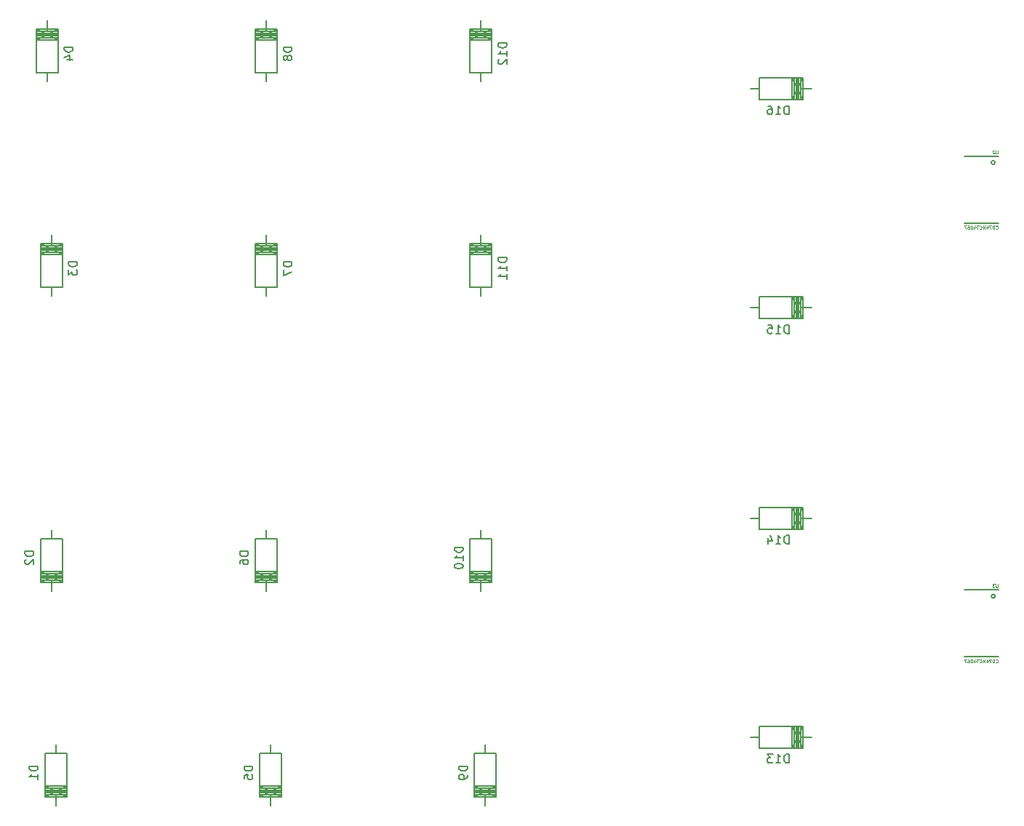
<source format=gbr>
G04 #@! TF.FileFunction,Legend,Bot*
%FSLAX46Y46*%
G04 Gerber Fmt 4.6, Leading zero omitted, Abs format (unit mm)*
G04 Created by KiCad (PCBNEW 4.0.4-stable) date 11/18/16 13:20:27*
%MOMM*%
%LPD*%
G01*
G04 APERTURE LIST*
%ADD10C,0.100000*%
%ADD11C,0.150000*%
%ADD12C,0.203200*%
%ADD13C,0.032512*%
G04 APERTURE END LIST*
D10*
D11*
X70502540Y-141380000D02*
X70502540Y-140364000D01*
X70502540Y-146206000D02*
X70502540Y-147476000D01*
X71772540Y-145952000D02*
X69232540Y-145952000D01*
X71772540Y-145698000D02*
X69232540Y-145698000D01*
X71772540Y-145444000D02*
X69232540Y-145444000D01*
X71772540Y-146206000D02*
X69232540Y-146206000D01*
X71772540Y-145190000D02*
X69232540Y-146460000D01*
X71772540Y-146460000D02*
X69232540Y-145190000D01*
X71772540Y-145190000D02*
X69232540Y-145190000D01*
X71772540Y-145825000D02*
X69232540Y-145825000D01*
X69232540Y-146460000D02*
X71772540Y-146460000D01*
X71772540Y-146460000D02*
X71772540Y-141380000D01*
X71772540Y-141380000D02*
X69232540Y-141380000D01*
X69232540Y-141380000D02*
X69232540Y-146460000D01*
X70005040Y-116380000D02*
X70005040Y-115364000D01*
X70005040Y-121206000D02*
X70005040Y-122476000D01*
X71275040Y-120952000D02*
X68735040Y-120952000D01*
X71275040Y-120698000D02*
X68735040Y-120698000D01*
X71275040Y-120444000D02*
X68735040Y-120444000D01*
X71275040Y-121206000D02*
X68735040Y-121206000D01*
X71275040Y-120190000D02*
X68735040Y-121460000D01*
X71275040Y-121460000D02*
X68735040Y-120190000D01*
X71275040Y-120190000D02*
X68735040Y-120190000D01*
X71275040Y-120825000D02*
X68735040Y-120825000D01*
X68735040Y-121460000D02*
X71275040Y-121460000D01*
X71275040Y-121460000D02*
X71275040Y-116380000D01*
X71275040Y-116380000D02*
X68735040Y-116380000D01*
X68735040Y-116380000D02*
X68735040Y-121460000D01*
X69999960Y-87120000D02*
X69999960Y-88136000D01*
X69999960Y-82294000D02*
X69999960Y-81024000D01*
X68729960Y-82548000D02*
X71269960Y-82548000D01*
X68729960Y-82802000D02*
X71269960Y-82802000D01*
X68729960Y-83056000D02*
X71269960Y-83056000D01*
X68729960Y-82294000D02*
X71269960Y-82294000D01*
X68729960Y-83310000D02*
X71269960Y-82040000D01*
X68729960Y-82040000D02*
X71269960Y-83310000D01*
X68729960Y-83310000D02*
X71269960Y-83310000D01*
X68729960Y-82675000D02*
X71269960Y-82675000D01*
X71269960Y-82040000D02*
X68729960Y-82040000D01*
X68729960Y-82040000D02*
X68729960Y-87120000D01*
X68729960Y-87120000D02*
X71269960Y-87120000D01*
X71269960Y-87120000D02*
X71269960Y-82040000D01*
X69499960Y-62120000D02*
X69499960Y-63136000D01*
X69499960Y-57294000D02*
X69499960Y-56024000D01*
X68229960Y-57548000D02*
X70769960Y-57548000D01*
X68229960Y-57802000D02*
X70769960Y-57802000D01*
X68229960Y-58056000D02*
X70769960Y-58056000D01*
X68229960Y-57294000D02*
X70769960Y-57294000D01*
X68229960Y-58310000D02*
X70769960Y-57040000D01*
X68229960Y-57040000D02*
X70769960Y-58310000D01*
X68229960Y-58310000D02*
X70769960Y-58310000D01*
X68229960Y-57675000D02*
X70769960Y-57675000D01*
X70769960Y-57040000D02*
X68229960Y-57040000D01*
X68229960Y-57040000D02*
X68229960Y-62120000D01*
X68229960Y-62120000D02*
X70769960Y-62120000D01*
X70769960Y-62120000D02*
X70769960Y-57040000D01*
X95500040Y-141380000D02*
X95500040Y-140364000D01*
X95500040Y-146206000D02*
X95500040Y-147476000D01*
X96770040Y-145952000D02*
X94230040Y-145952000D01*
X96770040Y-145698000D02*
X94230040Y-145698000D01*
X96770040Y-145444000D02*
X94230040Y-145444000D01*
X96770040Y-146206000D02*
X94230040Y-146206000D01*
X96770040Y-145190000D02*
X94230040Y-146460000D01*
X96770040Y-146460000D02*
X94230040Y-145190000D01*
X96770040Y-145190000D02*
X94230040Y-145190000D01*
X96770040Y-145825000D02*
X94230040Y-145825000D01*
X94230040Y-146460000D02*
X96770040Y-146460000D01*
X96770040Y-146460000D02*
X96770040Y-141380000D01*
X96770040Y-141380000D02*
X94230040Y-141380000D01*
X94230040Y-141380000D02*
X94230040Y-146460000D01*
X95002540Y-116380000D02*
X95002540Y-115364000D01*
X95002540Y-121206000D02*
X95002540Y-122476000D01*
X96272540Y-120952000D02*
X93732540Y-120952000D01*
X96272540Y-120698000D02*
X93732540Y-120698000D01*
X96272540Y-120444000D02*
X93732540Y-120444000D01*
X96272540Y-121206000D02*
X93732540Y-121206000D01*
X96272540Y-120190000D02*
X93732540Y-121460000D01*
X96272540Y-121460000D02*
X93732540Y-120190000D01*
X96272540Y-120190000D02*
X93732540Y-120190000D01*
X96272540Y-120825000D02*
X93732540Y-120825000D01*
X93732540Y-121460000D02*
X96272540Y-121460000D01*
X96272540Y-121460000D02*
X96272540Y-116380000D01*
X96272540Y-116380000D02*
X93732540Y-116380000D01*
X93732540Y-116380000D02*
X93732540Y-121460000D01*
X94994960Y-87120000D02*
X94994960Y-88136000D01*
X94994960Y-82294000D02*
X94994960Y-81024000D01*
X93724960Y-82548000D02*
X96264960Y-82548000D01*
X93724960Y-82802000D02*
X96264960Y-82802000D01*
X93724960Y-83056000D02*
X96264960Y-83056000D01*
X93724960Y-82294000D02*
X96264960Y-82294000D01*
X93724960Y-83310000D02*
X96264960Y-82040000D01*
X93724960Y-82040000D02*
X96264960Y-83310000D01*
X93724960Y-83310000D02*
X96264960Y-83310000D01*
X93724960Y-82675000D02*
X96264960Y-82675000D01*
X96264960Y-82040000D02*
X93724960Y-82040000D01*
X93724960Y-82040000D02*
X93724960Y-87120000D01*
X93724960Y-87120000D02*
X96264960Y-87120000D01*
X96264960Y-87120000D02*
X96264960Y-82040000D01*
X94999960Y-62120000D02*
X94999960Y-63136000D01*
X94999960Y-57294000D02*
X94999960Y-56024000D01*
X93729960Y-57548000D02*
X96269960Y-57548000D01*
X93729960Y-57802000D02*
X96269960Y-57802000D01*
X93729960Y-58056000D02*
X96269960Y-58056000D01*
X93729960Y-57294000D02*
X96269960Y-57294000D01*
X93729960Y-58310000D02*
X96269960Y-57040000D01*
X93729960Y-57040000D02*
X96269960Y-58310000D01*
X93729960Y-58310000D02*
X96269960Y-58310000D01*
X93729960Y-57675000D02*
X96269960Y-57675000D01*
X96269960Y-57040000D02*
X93729960Y-57040000D01*
X93729960Y-57040000D02*
X93729960Y-62120000D01*
X93729960Y-62120000D02*
X96269960Y-62120000D01*
X96269960Y-62120000D02*
X96269960Y-57040000D01*
X120502540Y-141380000D02*
X120502540Y-140364000D01*
X120502540Y-146206000D02*
X120502540Y-147476000D01*
X121772540Y-145952000D02*
X119232540Y-145952000D01*
X121772540Y-145698000D02*
X119232540Y-145698000D01*
X121772540Y-145444000D02*
X119232540Y-145444000D01*
X121772540Y-146206000D02*
X119232540Y-146206000D01*
X121772540Y-145190000D02*
X119232540Y-146460000D01*
X121772540Y-146460000D02*
X119232540Y-145190000D01*
X121772540Y-145190000D02*
X119232540Y-145190000D01*
X121772540Y-145825000D02*
X119232540Y-145825000D01*
X119232540Y-146460000D02*
X121772540Y-146460000D01*
X121772540Y-146460000D02*
X121772540Y-141380000D01*
X121772540Y-141380000D02*
X119232540Y-141380000D01*
X119232540Y-141380000D02*
X119232540Y-146460000D01*
X120002540Y-116380000D02*
X120002540Y-115364000D01*
X120002540Y-121206000D02*
X120002540Y-122476000D01*
X121272540Y-120952000D02*
X118732540Y-120952000D01*
X121272540Y-120698000D02*
X118732540Y-120698000D01*
X121272540Y-120444000D02*
X118732540Y-120444000D01*
X121272540Y-121206000D02*
X118732540Y-121206000D01*
X121272540Y-120190000D02*
X118732540Y-121460000D01*
X121272540Y-121460000D02*
X118732540Y-120190000D01*
X121272540Y-120190000D02*
X118732540Y-120190000D01*
X121272540Y-120825000D02*
X118732540Y-120825000D01*
X118732540Y-121460000D02*
X121272540Y-121460000D01*
X121272540Y-121460000D02*
X121272540Y-116380000D01*
X121272540Y-116380000D02*
X118732540Y-116380000D01*
X118732540Y-116380000D02*
X118732540Y-121460000D01*
X119997460Y-87120000D02*
X119997460Y-88136000D01*
X119997460Y-82294000D02*
X119997460Y-81024000D01*
X118727460Y-82548000D02*
X121267460Y-82548000D01*
X118727460Y-82802000D02*
X121267460Y-82802000D01*
X118727460Y-83056000D02*
X121267460Y-83056000D01*
X118727460Y-82294000D02*
X121267460Y-82294000D01*
X118727460Y-83310000D02*
X121267460Y-82040000D01*
X118727460Y-82040000D02*
X121267460Y-83310000D01*
X118727460Y-83310000D02*
X121267460Y-83310000D01*
X118727460Y-82675000D02*
X121267460Y-82675000D01*
X121267460Y-82040000D02*
X118727460Y-82040000D01*
X118727460Y-82040000D02*
X118727460Y-87120000D01*
X118727460Y-87120000D02*
X121267460Y-87120000D01*
X121267460Y-87120000D02*
X121267460Y-82040000D01*
X120000460Y-62120000D02*
X120000460Y-63136000D01*
X120000460Y-57294000D02*
X120000460Y-56024000D01*
X118730460Y-57548000D02*
X121270460Y-57548000D01*
X118730460Y-57802000D02*
X121270460Y-57802000D01*
X118730460Y-58056000D02*
X121270460Y-58056000D01*
X118730460Y-57294000D02*
X121270460Y-57294000D01*
X118730460Y-58310000D02*
X121270460Y-57040000D01*
X118730460Y-57040000D02*
X121270460Y-58310000D01*
X118730460Y-58310000D02*
X121270460Y-58310000D01*
X118730460Y-57675000D02*
X121270460Y-57675000D01*
X121270460Y-57040000D02*
X118730460Y-57040000D01*
X118730460Y-57040000D02*
X118730460Y-62120000D01*
X118730460Y-62120000D02*
X121270460Y-62120000D01*
X121270460Y-62120000D02*
X121270460Y-57040000D01*
X152380000Y-139497460D02*
X151364000Y-139497460D01*
X157206000Y-139497460D02*
X158476000Y-139497460D01*
X156952000Y-138227460D02*
X156952000Y-140767460D01*
X156698000Y-138227460D02*
X156698000Y-140767460D01*
X156444000Y-138227460D02*
X156444000Y-140767460D01*
X157206000Y-138227460D02*
X157206000Y-140767460D01*
X156190000Y-138227460D02*
X157460000Y-140767460D01*
X157460000Y-138227460D02*
X156190000Y-140767460D01*
X156190000Y-138227460D02*
X156190000Y-140767460D01*
X156825000Y-138227460D02*
X156825000Y-140767460D01*
X157460000Y-140767460D02*
X157460000Y-138227460D01*
X157460000Y-138227460D02*
X152380000Y-138227460D01*
X152380000Y-138227460D02*
X152380000Y-140767460D01*
X152380000Y-140767460D02*
X157460000Y-140767460D01*
X152380000Y-114000460D02*
X151364000Y-114000460D01*
X157206000Y-114000460D02*
X158476000Y-114000460D01*
X156952000Y-112730460D02*
X156952000Y-115270460D01*
X156698000Y-112730460D02*
X156698000Y-115270460D01*
X156444000Y-112730460D02*
X156444000Y-115270460D01*
X157206000Y-112730460D02*
X157206000Y-115270460D01*
X156190000Y-112730460D02*
X157460000Y-115270460D01*
X157460000Y-112730460D02*
X156190000Y-115270460D01*
X156190000Y-112730460D02*
X156190000Y-115270460D01*
X156825000Y-112730460D02*
X156825000Y-115270460D01*
X157460000Y-115270460D02*
X157460000Y-112730460D01*
X157460000Y-112730460D02*
X152380000Y-112730460D01*
X152380000Y-112730460D02*
X152380000Y-115270460D01*
X152380000Y-115270460D02*
X157460000Y-115270460D01*
X152380000Y-89497460D02*
X151364000Y-89497460D01*
X157206000Y-89497460D02*
X158476000Y-89497460D01*
X156952000Y-88227460D02*
X156952000Y-90767460D01*
X156698000Y-88227460D02*
X156698000Y-90767460D01*
X156444000Y-88227460D02*
X156444000Y-90767460D01*
X157206000Y-88227460D02*
X157206000Y-90767460D01*
X156190000Y-88227460D02*
X157460000Y-90767460D01*
X157460000Y-88227460D02*
X156190000Y-90767460D01*
X156190000Y-88227460D02*
X156190000Y-90767460D01*
X156825000Y-88227460D02*
X156825000Y-90767460D01*
X157460000Y-90767460D02*
X157460000Y-88227460D01*
X157460000Y-88227460D02*
X152380000Y-88227460D01*
X152380000Y-88227460D02*
X152380000Y-90767460D01*
X152380000Y-90767460D02*
X157460000Y-90767460D01*
X152380000Y-63997460D02*
X151364000Y-63997460D01*
X157206000Y-63997460D02*
X158476000Y-63997460D01*
X156952000Y-62727460D02*
X156952000Y-65267460D01*
X156698000Y-62727460D02*
X156698000Y-65267460D01*
X156444000Y-62727460D02*
X156444000Y-65267460D01*
X157206000Y-62727460D02*
X157206000Y-65267460D01*
X156190000Y-62727460D02*
X157460000Y-65267460D01*
X157460000Y-62727460D02*
X156190000Y-65267460D01*
X156190000Y-62727460D02*
X156190000Y-65267460D01*
X156825000Y-62727460D02*
X156825000Y-65267460D01*
X157460000Y-65267460D02*
X157460000Y-62727460D01*
X157460000Y-62727460D02*
X152380000Y-62727460D01*
X152380000Y-62727460D02*
X152380000Y-65267460D01*
X152380000Y-65267460D02*
X157460000Y-65267460D01*
D12*
X180250000Y-71850000D02*
X176250000Y-71850000D01*
X176250000Y-79650000D02*
X180250000Y-79650000D01*
X179851100Y-72594000D02*
G75*
G03X179851100Y-72594000I-223100J0D01*
G01*
X180250000Y-122350000D02*
X176250000Y-122350000D01*
X176250000Y-130150000D02*
X180250000Y-130150000D01*
X179851100Y-123094000D02*
G75*
G03X179851100Y-123094000I-223100J0D01*
G01*
D11*
X68414921Y-142874565D02*
X67414921Y-142874565D01*
X67414921Y-143112660D01*
X67462540Y-143255518D01*
X67557778Y-143350756D01*
X67653016Y-143398375D01*
X67843492Y-143445994D01*
X67986350Y-143445994D01*
X68176826Y-143398375D01*
X68272064Y-143350756D01*
X68367302Y-143255518D01*
X68414921Y-143112660D01*
X68414921Y-142874565D01*
X68414921Y-144398375D02*
X68414921Y-143826946D01*
X68414921Y-144112660D02*
X67414921Y-144112660D01*
X67557778Y-144017422D01*
X67653016Y-143922184D01*
X67700635Y-143826946D01*
X67917421Y-117874565D02*
X66917421Y-117874565D01*
X66917421Y-118112660D01*
X66965040Y-118255518D01*
X67060278Y-118350756D01*
X67155516Y-118398375D01*
X67345992Y-118445994D01*
X67488850Y-118445994D01*
X67679326Y-118398375D01*
X67774564Y-118350756D01*
X67869802Y-118255518D01*
X67917421Y-118112660D01*
X67917421Y-117874565D01*
X67012659Y-118826946D02*
X66965040Y-118874565D01*
X66917421Y-118969803D01*
X66917421Y-119207899D01*
X66965040Y-119303137D01*
X67012659Y-119350756D01*
X67107897Y-119398375D01*
X67203135Y-119398375D01*
X67345992Y-119350756D01*
X67917421Y-118779327D01*
X67917421Y-119398375D01*
X72992341Y-84149245D02*
X71992341Y-84149245D01*
X71992341Y-84387340D01*
X72039960Y-84530198D01*
X72135198Y-84625436D01*
X72230436Y-84673055D01*
X72420912Y-84720674D01*
X72563770Y-84720674D01*
X72754246Y-84673055D01*
X72849484Y-84625436D01*
X72944722Y-84530198D01*
X72992341Y-84387340D01*
X72992341Y-84149245D01*
X71992341Y-85054007D02*
X71992341Y-85673055D01*
X72373293Y-85339721D01*
X72373293Y-85482579D01*
X72420912Y-85577817D01*
X72468531Y-85625436D01*
X72563770Y-85673055D01*
X72801865Y-85673055D01*
X72897103Y-85625436D01*
X72944722Y-85577817D01*
X72992341Y-85482579D01*
X72992341Y-85196864D01*
X72944722Y-85101626D01*
X72897103Y-85054007D01*
X72492341Y-59149245D02*
X71492341Y-59149245D01*
X71492341Y-59387340D01*
X71539960Y-59530198D01*
X71635198Y-59625436D01*
X71730436Y-59673055D01*
X71920912Y-59720674D01*
X72063770Y-59720674D01*
X72254246Y-59673055D01*
X72349484Y-59625436D01*
X72444722Y-59530198D01*
X72492341Y-59387340D01*
X72492341Y-59149245D01*
X71825674Y-60577817D02*
X72492341Y-60577817D01*
X71444722Y-60339721D02*
X72159008Y-60101626D01*
X72159008Y-60720674D01*
X93412421Y-142874565D02*
X92412421Y-142874565D01*
X92412421Y-143112660D01*
X92460040Y-143255518D01*
X92555278Y-143350756D01*
X92650516Y-143398375D01*
X92840992Y-143445994D01*
X92983850Y-143445994D01*
X93174326Y-143398375D01*
X93269564Y-143350756D01*
X93364802Y-143255518D01*
X93412421Y-143112660D01*
X93412421Y-142874565D01*
X92412421Y-144350756D02*
X92412421Y-143874565D01*
X92888611Y-143826946D01*
X92840992Y-143874565D01*
X92793373Y-143969803D01*
X92793373Y-144207899D01*
X92840992Y-144303137D01*
X92888611Y-144350756D01*
X92983850Y-144398375D01*
X93221945Y-144398375D01*
X93317183Y-144350756D01*
X93364802Y-144303137D01*
X93412421Y-144207899D01*
X93412421Y-143969803D01*
X93364802Y-143874565D01*
X93317183Y-143826946D01*
X92914921Y-117874565D02*
X91914921Y-117874565D01*
X91914921Y-118112660D01*
X91962540Y-118255518D01*
X92057778Y-118350756D01*
X92153016Y-118398375D01*
X92343492Y-118445994D01*
X92486350Y-118445994D01*
X92676826Y-118398375D01*
X92772064Y-118350756D01*
X92867302Y-118255518D01*
X92914921Y-118112660D01*
X92914921Y-117874565D01*
X91914921Y-119303137D02*
X91914921Y-119112660D01*
X91962540Y-119017422D01*
X92010159Y-118969803D01*
X92153016Y-118874565D01*
X92343492Y-118826946D01*
X92724445Y-118826946D01*
X92819683Y-118874565D01*
X92867302Y-118922184D01*
X92914921Y-119017422D01*
X92914921Y-119207899D01*
X92867302Y-119303137D01*
X92819683Y-119350756D01*
X92724445Y-119398375D01*
X92486350Y-119398375D01*
X92391111Y-119350756D01*
X92343492Y-119303137D01*
X92295873Y-119207899D01*
X92295873Y-119017422D01*
X92343492Y-118922184D01*
X92391111Y-118874565D01*
X92486350Y-118826946D01*
X97987341Y-84149245D02*
X96987341Y-84149245D01*
X96987341Y-84387340D01*
X97034960Y-84530198D01*
X97130198Y-84625436D01*
X97225436Y-84673055D01*
X97415912Y-84720674D01*
X97558770Y-84720674D01*
X97749246Y-84673055D01*
X97844484Y-84625436D01*
X97939722Y-84530198D01*
X97987341Y-84387340D01*
X97987341Y-84149245D01*
X96987341Y-85054007D02*
X96987341Y-85720674D01*
X97987341Y-85292102D01*
X97992341Y-59149245D02*
X96992341Y-59149245D01*
X96992341Y-59387340D01*
X97039960Y-59530198D01*
X97135198Y-59625436D01*
X97230436Y-59673055D01*
X97420912Y-59720674D01*
X97563770Y-59720674D01*
X97754246Y-59673055D01*
X97849484Y-59625436D01*
X97944722Y-59530198D01*
X97992341Y-59387340D01*
X97992341Y-59149245D01*
X97420912Y-60292102D02*
X97373293Y-60196864D01*
X97325674Y-60149245D01*
X97230436Y-60101626D01*
X97182817Y-60101626D01*
X97087579Y-60149245D01*
X97039960Y-60196864D01*
X96992341Y-60292102D01*
X96992341Y-60482579D01*
X97039960Y-60577817D01*
X97087579Y-60625436D01*
X97182817Y-60673055D01*
X97230436Y-60673055D01*
X97325674Y-60625436D01*
X97373293Y-60577817D01*
X97420912Y-60482579D01*
X97420912Y-60292102D01*
X97468531Y-60196864D01*
X97516150Y-60149245D01*
X97611389Y-60101626D01*
X97801865Y-60101626D01*
X97897103Y-60149245D01*
X97944722Y-60196864D01*
X97992341Y-60292102D01*
X97992341Y-60482579D01*
X97944722Y-60577817D01*
X97897103Y-60625436D01*
X97801865Y-60673055D01*
X97611389Y-60673055D01*
X97516150Y-60625436D01*
X97468531Y-60577817D01*
X97420912Y-60482579D01*
X118414921Y-142874565D02*
X117414921Y-142874565D01*
X117414921Y-143112660D01*
X117462540Y-143255518D01*
X117557778Y-143350756D01*
X117653016Y-143398375D01*
X117843492Y-143445994D01*
X117986350Y-143445994D01*
X118176826Y-143398375D01*
X118272064Y-143350756D01*
X118367302Y-143255518D01*
X118414921Y-143112660D01*
X118414921Y-142874565D01*
X118414921Y-143922184D02*
X118414921Y-144112660D01*
X118367302Y-144207899D01*
X118319683Y-144255518D01*
X118176826Y-144350756D01*
X117986350Y-144398375D01*
X117605397Y-144398375D01*
X117510159Y-144350756D01*
X117462540Y-144303137D01*
X117414921Y-144207899D01*
X117414921Y-144017422D01*
X117462540Y-143922184D01*
X117510159Y-143874565D01*
X117605397Y-143826946D01*
X117843492Y-143826946D01*
X117938730Y-143874565D01*
X117986350Y-143922184D01*
X118033969Y-144017422D01*
X118033969Y-144207899D01*
X117986350Y-144303137D01*
X117938730Y-144350756D01*
X117843492Y-144398375D01*
X117914921Y-117398374D02*
X116914921Y-117398374D01*
X116914921Y-117636469D01*
X116962540Y-117779327D01*
X117057778Y-117874565D01*
X117153016Y-117922184D01*
X117343492Y-117969803D01*
X117486350Y-117969803D01*
X117676826Y-117922184D01*
X117772064Y-117874565D01*
X117867302Y-117779327D01*
X117914921Y-117636469D01*
X117914921Y-117398374D01*
X117914921Y-118922184D02*
X117914921Y-118350755D01*
X117914921Y-118636469D02*
X116914921Y-118636469D01*
X117057778Y-118541231D01*
X117153016Y-118445993D01*
X117200635Y-118350755D01*
X116914921Y-119541231D02*
X116914921Y-119636470D01*
X116962540Y-119731708D01*
X117010159Y-119779327D01*
X117105397Y-119826946D01*
X117295873Y-119874565D01*
X117533969Y-119874565D01*
X117724445Y-119826946D01*
X117819683Y-119779327D01*
X117867302Y-119731708D01*
X117914921Y-119636470D01*
X117914921Y-119541231D01*
X117867302Y-119445993D01*
X117819683Y-119398374D01*
X117724445Y-119350755D01*
X117533969Y-119303136D01*
X117295873Y-119303136D01*
X117105397Y-119350755D01*
X117010159Y-119398374D01*
X116962540Y-119445993D01*
X116914921Y-119541231D01*
X122989841Y-83673054D02*
X121989841Y-83673054D01*
X121989841Y-83911149D01*
X122037460Y-84054007D01*
X122132698Y-84149245D01*
X122227936Y-84196864D01*
X122418412Y-84244483D01*
X122561270Y-84244483D01*
X122751746Y-84196864D01*
X122846984Y-84149245D01*
X122942222Y-84054007D01*
X122989841Y-83911149D01*
X122989841Y-83673054D01*
X122989841Y-85196864D02*
X122989841Y-84625435D01*
X122989841Y-84911149D02*
X121989841Y-84911149D01*
X122132698Y-84815911D01*
X122227936Y-84720673D01*
X122275555Y-84625435D01*
X122989841Y-86149245D02*
X122989841Y-85577816D01*
X122989841Y-85863530D02*
X121989841Y-85863530D01*
X122132698Y-85768292D01*
X122227936Y-85673054D01*
X122275555Y-85577816D01*
X122992841Y-58673054D02*
X121992841Y-58673054D01*
X121992841Y-58911149D01*
X122040460Y-59054007D01*
X122135698Y-59149245D01*
X122230936Y-59196864D01*
X122421412Y-59244483D01*
X122564270Y-59244483D01*
X122754746Y-59196864D01*
X122849984Y-59149245D01*
X122945222Y-59054007D01*
X122992841Y-58911149D01*
X122992841Y-58673054D01*
X122992841Y-60196864D02*
X122992841Y-59625435D01*
X122992841Y-59911149D02*
X121992841Y-59911149D01*
X122135698Y-59815911D01*
X122230936Y-59720673D01*
X122278555Y-59625435D01*
X122088079Y-60577816D02*
X122040460Y-60625435D01*
X121992841Y-60720673D01*
X121992841Y-60958769D01*
X122040460Y-61054007D01*
X122088079Y-61101626D01*
X122183317Y-61149245D01*
X122278555Y-61149245D01*
X122421412Y-61101626D01*
X122992841Y-60530197D01*
X122992841Y-61149245D01*
X155826946Y-142489841D02*
X155826946Y-141489841D01*
X155588851Y-141489841D01*
X155445993Y-141537460D01*
X155350755Y-141632698D01*
X155303136Y-141727936D01*
X155255517Y-141918412D01*
X155255517Y-142061270D01*
X155303136Y-142251746D01*
X155350755Y-142346984D01*
X155445993Y-142442222D01*
X155588851Y-142489841D01*
X155826946Y-142489841D01*
X154303136Y-142489841D02*
X154874565Y-142489841D01*
X154588851Y-142489841D02*
X154588851Y-141489841D01*
X154684089Y-141632698D01*
X154779327Y-141727936D01*
X154874565Y-141775555D01*
X153969803Y-141489841D02*
X153350755Y-141489841D01*
X153684089Y-141870793D01*
X153541231Y-141870793D01*
X153445993Y-141918412D01*
X153398374Y-141966031D01*
X153350755Y-142061270D01*
X153350755Y-142299365D01*
X153398374Y-142394603D01*
X153445993Y-142442222D01*
X153541231Y-142489841D01*
X153826946Y-142489841D01*
X153922184Y-142442222D01*
X153969803Y-142394603D01*
X155826946Y-116992841D02*
X155826946Y-115992841D01*
X155588851Y-115992841D01*
X155445993Y-116040460D01*
X155350755Y-116135698D01*
X155303136Y-116230936D01*
X155255517Y-116421412D01*
X155255517Y-116564270D01*
X155303136Y-116754746D01*
X155350755Y-116849984D01*
X155445993Y-116945222D01*
X155588851Y-116992841D01*
X155826946Y-116992841D01*
X154303136Y-116992841D02*
X154874565Y-116992841D01*
X154588851Y-116992841D02*
X154588851Y-115992841D01*
X154684089Y-116135698D01*
X154779327Y-116230936D01*
X154874565Y-116278555D01*
X153445993Y-116326174D02*
X153445993Y-116992841D01*
X153684089Y-115945222D02*
X153922184Y-116659508D01*
X153303136Y-116659508D01*
X155826946Y-92489841D02*
X155826946Y-91489841D01*
X155588851Y-91489841D01*
X155445993Y-91537460D01*
X155350755Y-91632698D01*
X155303136Y-91727936D01*
X155255517Y-91918412D01*
X155255517Y-92061270D01*
X155303136Y-92251746D01*
X155350755Y-92346984D01*
X155445993Y-92442222D01*
X155588851Y-92489841D01*
X155826946Y-92489841D01*
X154303136Y-92489841D02*
X154874565Y-92489841D01*
X154588851Y-92489841D02*
X154588851Y-91489841D01*
X154684089Y-91632698D01*
X154779327Y-91727936D01*
X154874565Y-91775555D01*
X153398374Y-91489841D02*
X153874565Y-91489841D01*
X153922184Y-91966031D01*
X153874565Y-91918412D01*
X153779327Y-91870793D01*
X153541231Y-91870793D01*
X153445993Y-91918412D01*
X153398374Y-91966031D01*
X153350755Y-92061270D01*
X153350755Y-92299365D01*
X153398374Y-92394603D01*
X153445993Y-92442222D01*
X153541231Y-92489841D01*
X153779327Y-92489841D01*
X153874565Y-92442222D01*
X153922184Y-92394603D01*
X155826946Y-66989841D02*
X155826946Y-65989841D01*
X155588851Y-65989841D01*
X155445993Y-66037460D01*
X155350755Y-66132698D01*
X155303136Y-66227936D01*
X155255517Y-66418412D01*
X155255517Y-66561270D01*
X155303136Y-66751746D01*
X155350755Y-66846984D01*
X155445993Y-66942222D01*
X155588851Y-66989841D01*
X155826946Y-66989841D01*
X154303136Y-66989841D02*
X154874565Y-66989841D01*
X154588851Y-66989841D02*
X154588851Y-65989841D01*
X154684089Y-66132698D01*
X154779327Y-66227936D01*
X154874565Y-66275555D01*
X153445993Y-65989841D02*
X153636470Y-65989841D01*
X153731708Y-66037460D01*
X153779327Y-66085079D01*
X153874565Y-66227936D01*
X153922184Y-66418412D01*
X153922184Y-66799365D01*
X153874565Y-66894603D01*
X153826946Y-66942222D01*
X153731708Y-66989841D01*
X153541231Y-66989841D01*
X153445993Y-66942222D01*
X153398374Y-66894603D01*
X153350755Y-66799365D01*
X153350755Y-66561270D01*
X153398374Y-66466031D01*
X153445993Y-66418412D01*
X153541231Y-66370793D01*
X153731708Y-66370793D01*
X153826946Y-66418412D01*
X153874565Y-66466031D01*
X153922184Y-66561270D01*
D13*
X180168076Y-71175535D02*
X180168076Y-71488076D01*
X180149691Y-71524846D01*
X180131307Y-71543230D01*
X180094537Y-71561615D01*
X180020998Y-71561615D01*
X179984229Y-71543230D01*
X179965844Y-71524846D01*
X179947459Y-71488076D01*
X179947459Y-71175535D01*
X179781996Y-71212305D02*
X179763611Y-71193920D01*
X179726842Y-71175535D01*
X179634918Y-71175535D01*
X179598148Y-71193920D01*
X179579764Y-71212305D01*
X179561379Y-71249074D01*
X179561379Y-71285844D01*
X179579764Y-71340998D01*
X179800381Y-71561615D01*
X179561379Y-71561615D01*
X179947459Y-80294846D02*
X179965844Y-80313230D01*
X180020998Y-80331615D01*
X180057768Y-80331615D01*
X180112922Y-80313230D01*
X180149691Y-80276461D01*
X180168076Y-80239691D01*
X180186461Y-80166152D01*
X180186461Y-80110998D01*
X180168076Y-80037459D01*
X180149691Y-80000690D01*
X180112922Y-79963920D01*
X180057768Y-79945535D01*
X180020998Y-79945535D01*
X179965844Y-79963920D01*
X179947459Y-79982305D01*
X179781996Y-80331615D02*
X179781996Y-79945535D01*
X179690072Y-79945535D01*
X179634918Y-79963920D01*
X179598149Y-80000690D01*
X179579764Y-80037459D01*
X179561379Y-80110998D01*
X179561379Y-80166152D01*
X179579764Y-80239691D01*
X179598149Y-80276461D01*
X179634918Y-80313230D01*
X179690072Y-80331615D01*
X179781996Y-80331615D01*
X179432686Y-79945535D02*
X179175299Y-79945535D01*
X179340762Y-80331615D01*
X178862758Y-80074229D02*
X178862758Y-80331615D01*
X178954682Y-79927150D02*
X179046606Y-80202922D01*
X178807604Y-80202922D01*
X178660526Y-80331615D02*
X178660526Y-79945535D01*
X178660526Y-80129383D02*
X178439909Y-80129383D01*
X178439909Y-80331615D02*
X178439909Y-79945535D01*
X178035444Y-80294846D02*
X178053829Y-80313230D01*
X178108983Y-80331615D01*
X178145753Y-80331615D01*
X178200907Y-80313230D01*
X178237676Y-80276461D01*
X178256061Y-80239691D01*
X178274446Y-80166152D01*
X178274446Y-80110998D01*
X178256061Y-80037459D01*
X178237676Y-80000690D01*
X178200907Y-79963920D01*
X178145753Y-79945535D01*
X178108983Y-79945535D01*
X178053829Y-79963920D01*
X178035444Y-79982305D01*
X177925135Y-79945535D02*
X177704518Y-79945535D01*
X177814827Y-80331615D02*
X177814827Y-79945535D01*
X177410362Y-80074229D02*
X177410362Y-80331615D01*
X177502286Y-79927150D02*
X177594210Y-80202922D01*
X177355208Y-80202922D01*
X177134591Y-79945535D02*
X177097822Y-79945535D01*
X177061052Y-79963920D01*
X177042667Y-79982305D01*
X177024283Y-80019074D01*
X177005898Y-80092613D01*
X177005898Y-80184537D01*
X177024283Y-80258076D01*
X177042667Y-80294846D01*
X177061052Y-80313230D01*
X177097822Y-80331615D01*
X177134591Y-80331615D01*
X177171361Y-80313230D01*
X177189745Y-80294846D01*
X177208130Y-80258076D01*
X177226515Y-80184537D01*
X177226515Y-80092613D01*
X177208130Y-80019074D01*
X177189745Y-79982305D01*
X177171361Y-79963920D01*
X177134591Y-79945535D01*
X176674972Y-79945535D02*
X176748511Y-79945535D01*
X176785281Y-79963920D01*
X176803666Y-79982305D01*
X176840435Y-80037459D01*
X176858820Y-80110998D01*
X176858820Y-80258076D01*
X176840435Y-80294846D01*
X176822050Y-80313230D01*
X176785281Y-80331615D01*
X176711742Y-80331615D01*
X176674972Y-80313230D01*
X176656588Y-80294846D01*
X176638203Y-80258076D01*
X176638203Y-80166152D01*
X176656588Y-80129383D01*
X176674972Y-80110998D01*
X176711742Y-80092613D01*
X176785281Y-80092613D01*
X176822050Y-80110998D01*
X176840435Y-80129383D01*
X176858820Y-80166152D01*
X176509510Y-79945535D02*
X176252123Y-79945535D01*
X176417586Y-80331615D01*
X180168076Y-121675535D02*
X180168076Y-121988076D01*
X180149691Y-122024846D01*
X180131307Y-122043230D01*
X180094537Y-122061615D01*
X180020998Y-122061615D01*
X179984229Y-122043230D01*
X179965844Y-122024846D01*
X179947459Y-121988076D01*
X179947459Y-121675535D01*
X179800381Y-121675535D02*
X179561379Y-121675535D01*
X179690072Y-121822613D01*
X179634918Y-121822613D01*
X179598148Y-121840998D01*
X179579764Y-121859383D01*
X179561379Y-121896152D01*
X179561379Y-121988076D01*
X179579764Y-122024846D01*
X179598148Y-122043230D01*
X179634918Y-122061615D01*
X179745226Y-122061615D01*
X179781996Y-122043230D01*
X179800381Y-122024846D01*
X179947459Y-130794846D02*
X179965844Y-130813230D01*
X180020998Y-130831615D01*
X180057768Y-130831615D01*
X180112922Y-130813230D01*
X180149691Y-130776461D01*
X180168076Y-130739691D01*
X180186461Y-130666152D01*
X180186461Y-130610998D01*
X180168076Y-130537459D01*
X180149691Y-130500690D01*
X180112922Y-130463920D01*
X180057768Y-130445535D01*
X180020998Y-130445535D01*
X179965844Y-130463920D01*
X179947459Y-130482305D01*
X179781996Y-130831615D02*
X179781996Y-130445535D01*
X179690072Y-130445535D01*
X179634918Y-130463920D01*
X179598149Y-130500690D01*
X179579764Y-130537459D01*
X179561379Y-130610998D01*
X179561379Y-130666152D01*
X179579764Y-130739691D01*
X179598149Y-130776461D01*
X179634918Y-130813230D01*
X179690072Y-130831615D01*
X179781996Y-130831615D01*
X179432686Y-130445535D02*
X179175299Y-130445535D01*
X179340762Y-130831615D01*
X178862758Y-130574229D02*
X178862758Y-130831615D01*
X178954682Y-130427150D02*
X179046606Y-130702922D01*
X178807604Y-130702922D01*
X178660526Y-130831615D02*
X178660526Y-130445535D01*
X178660526Y-130629383D02*
X178439909Y-130629383D01*
X178439909Y-130831615D02*
X178439909Y-130445535D01*
X178035444Y-130794846D02*
X178053829Y-130813230D01*
X178108983Y-130831615D01*
X178145753Y-130831615D01*
X178200907Y-130813230D01*
X178237676Y-130776461D01*
X178256061Y-130739691D01*
X178274446Y-130666152D01*
X178274446Y-130610998D01*
X178256061Y-130537459D01*
X178237676Y-130500690D01*
X178200907Y-130463920D01*
X178145753Y-130445535D01*
X178108983Y-130445535D01*
X178053829Y-130463920D01*
X178035444Y-130482305D01*
X177925135Y-130445535D02*
X177704518Y-130445535D01*
X177814827Y-130831615D02*
X177814827Y-130445535D01*
X177410362Y-130574229D02*
X177410362Y-130831615D01*
X177502286Y-130427150D02*
X177594210Y-130702922D01*
X177355208Y-130702922D01*
X177134591Y-130445535D02*
X177097822Y-130445535D01*
X177061052Y-130463920D01*
X177042667Y-130482305D01*
X177024283Y-130519074D01*
X177005898Y-130592613D01*
X177005898Y-130684537D01*
X177024283Y-130758076D01*
X177042667Y-130794846D01*
X177061052Y-130813230D01*
X177097822Y-130831615D01*
X177134591Y-130831615D01*
X177171361Y-130813230D01*
X177189745Y-130794846D01*
X177208130Y-130758076D01*
X177226515Y-130684537D01*
X177226515Y-130592613D01*
X177208130Y-130519074D01*
X177189745Y-130482305D01*
X177171361Y-130463920D01*
X177134591Y-130445535D01*
X176674972Y-130445535D02*
X176748511Y-130445535D01*
X176785281Y-130463920D01*
X176803666Y-130482305D01*
X176840435Y-130537459D01*
X176858820Y-130610998D01*
X176858820Y-130758076D01*
X176840435Y-130794846D01*
X176822050Y-130813230D01*
X176785281Y-130831615D01*
X176711742Y-130831615D01*
X176674972Y-130813230D01*
X176656588Y-130794846D01*
X176638203Y-130758076D01*
X176638203Y-130666152D01*
X176656588Y-130629383D01*
X176674972Y-130610998D01*
X176711742Y-130592613D01*
X176785281Y-130592613D01*
X176822050Y-130610998D01*
X176840435Y-130629383D01*
X176858820Y-130666152D01*
X176509510Y-130445535D02*
X176252123Y-130445535D01*
X176417586Y-130831615D01*
M02*

</source>
